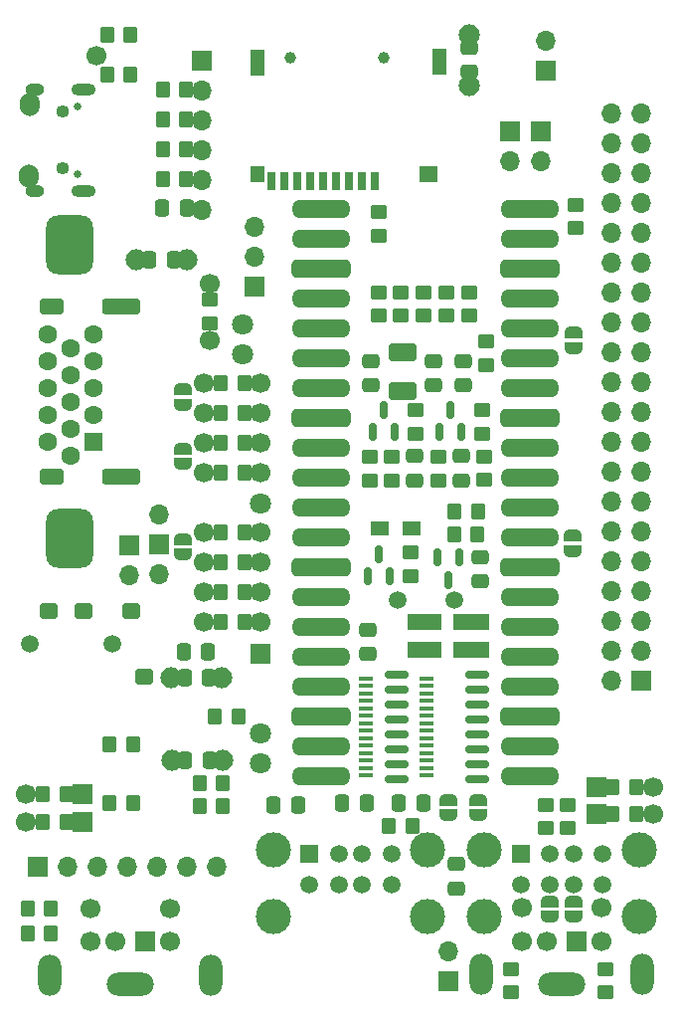
<source format=gbs>
G04 #@! TF.GenerationSoftware,KiCad,Pcbnew,6.0.11-2627ca5db0~126~ubuntu20.04.1*
G04 #@! TF.CreationDate,2024-05-08T23:36:26+05:00*
G04 #@! TF.ProjectId,19RPI24,31395250-4932-4342-9e6b-696361645f70,rev?*
G04 #@! TF.SameCoordinates,Original*
G04 #@! TF.FileFunction,Soldermask,Bot*
G04 #@! TF.FilePolarity,Negative*
%FSLAX46Y46*%
G04 Gerber Fmt 4.6, Leading zero omitted, Abs format (unit mm)*
G04 Created by KiCad (PCBNEW 6.0.11-2627ca5db0~126~ubuntu20.04.1) date 2024-05-08 23:36:26*
%MOMM*%
%LPD*%
G01*
G04 APERTURE LIST*
G04 Aperture macros list*
%AMRoundRect*
0 Rectangle with rounded corners*
0 $1 Rounding radius*
0 $2 $3 $4 $5 $6 $7 $8 $9 X,Y pos of 4 corners*
0 Add a 4 corners polygon primitive as box body*
4,1,4,$2,$3,$4,$5,$6,$7,$8,$9,$2,$3,0*
0 Add four circle primitives for the rounded corners*
1,1,$1+$1,$2,$3*
1,1,$1+$1,$4,$5*
1,1,$1+$1,$6,$7*
1,1,$1+$1,$8,$9*
0 Add four rect primitives between the rounded corners*
20,1,$1+$1,$2,$3,$4,$5,0*
20,1,$1+$1,$4,$5,$6,$7,0*
20,1,$1+$1,$6,$7,$8,$9,0*
20,1,$1+$1,$8,$9,$2,$3,0*%
%AMFreePoly0*
4,1,31,0.278115,0.855951,0.450000,0.779423,0.602218,0.668830,0.728115,0.529007,0.822191,0.366063,0.880333,0.187121,0.900000,0.000000,0.880333,-0.187121,0.822191,-0.366063,0.728115,-0.529007,0.602218,-0.668830,0.450000,-0.779423,0.278115,-0.855951,0.094076,-0.895070,-0.094076,-0.895070,-0.278115,-0.855951,-0.450000,-0.779423,-0.602218,-0.668830,-0.728115,-0.529007,-0.822191,-0.366063,
-0.880333,-0.187121,-0.900000,0.000000,-0.880333,0.187121,-0.822191,0.366063,-0.728115,0.529007,-0.602218,0.668830,-0.450000,0.779423,-0.278115,0.855951,-0.094076,0.895070,0.094076,0.895070,0.278115,0.855951,0.278115,0.855951,$1*%
%AMFreePoly1*
4,1,22,0.500000,-0.750000,0.000000,-0.750000,0.000000,-0.745033,-0.079941,-0.743568,-0.215256,-0.701293,-0.333266,-0.622738,-0.424486,-0.514219,-0.481581,-0.384460,-0.499164,-0.250000,-0.500000,-0.250000,-0.500000,0.250000,-0.499164,0.250000,-0.499963,0.256109,-0.478152,0.396186,-0.417904,0.524511,-0.324060,0.630769,-0.204165,0.706417,-0.067858,0.745374,0.000000,0.744959,0.000000,0.750000,
0.500000,0.750000,0.500000,-0.750000,0.500000,-0.750000,$1*%
%AMFreePoly2*
4,1,20,0.000000,0.744959,0.073905,0.744508,0.209726,0.703889,0.328688,0.626782,0.421226,0.519385,0.479903,0.390333,0.500000,0.250000,0.500000,-0.250000,0.499851,-0.262216,0.476331,-0.402017,0.414519,-0.529596,0.319384,-0.634700,0.198574,-0.708877,0.061801,-0.746166,0.000000,-0.745033,0.000000,-0.750000,-0.500000,-0.750000,-0.500000,0.750000,0.000000,0.750000,0.000000,0.744959,
0.000000,0.744959,$1*%
G04 Aperture macros list end*
%ADD10R,1.500000X1.500000*%
%ADD11C,1.500000*%
%ADD12C,3.000000*%
%ADD13R,1.700000X1.700000*%
%ADD14O,1.700000X1.700000*%
%ADD15RoundRect,0.350000X-1.300000X0.350000X-1.300000X-0.350000X1.300000X-0.350000X1.300000X0.350000X0*%
%ADD16RoundRect,0.350000X-0.700000X0.350000X-0.700000X-0.350000X0.700000X-0.350000X0.700000X0.350000X0*%
%ADD17C,1.700000*%
%ADD18O,2.000000X3.500000*%
%ADD19O,4.000000X2.000000*%
%ADD20RoundRect,0.350000X-0.450000X-0.350000X0.450000X-0.350000X0.450000X0.350000X-0.450000X0.350000X0*%
%ADD21C,1.800000*%
%ADD22C,0.650000*%
%ADD23O,1.600000X1.000000*%
%ADD24O,2.100000X1.000000*%
%ADD25O,1.700000X2.000000*%
%ADD26O,1.100000X1.100000*%
%ADD27RoundRect,1.000000X-1.000000X1.500000X-1.000000X-1.500000X1.000000X-1.500000X1.000000X1.500000X0*%
%ADD28R,1.600000X1.600000*%
%ADD29C,1.600000*%
%ADD30O,5.000000X1.600000*%
%ADD31RoundRect,0.400000X-2.100000X-0.400000X2.100000X-0.400000X2.100000X0.400000X-2.100000X0.400000X0*%
%ADD32RoundRect,0.250000X0.450000X-0.350000X0.450000X0.350000X-0.450000X0.350000X-0.450000X-0.350000X0*%
%ADD33RoundRect,0.250000X0.337500X0.475000X-0.337500X0.475000X-0.337500X-0.475000X0.337500X-0.475000X0*%
%ADD34RoundRect,0.250000X-0.350000X-0.450000X0.350000X-0.450000X0.350000X0.450000X-0.350000X0.450000X0*%
%ADD35RoundRect,0.250000X-0.475000X0.337500X-0.475000X-0.337500X0.475000X-0.337500X0.475000X0.337500X0*%
%ADD36RoundRect,0.250000X0.350000X0.450000X-0.350000X0.450000X-0.350000X-0.450000X0.350000X-0.450000X0*%
%ADD37FreePoly0,180.000000*%
%ADD38RoundRect,0.250000X-0.337500X-0.475000X0.337500X-0.475000X0.337500X0.475000X-0.337500X0.475000X0*%
%ADD39FreePoly1,270.000000*%
%ADD40FreePoly2,270.000000*%
%ADD41RoundRect,0.250000X-0.450000X0.350000X-0.450000X-0.350000X0.450000X-0.350000X0.450000X0.350000X0*%
%ADD42FreePoly1,90.000000*%
%ADD43FreePoly2,90.000000*%
%ADD44R,1.200000X0.400000*%
%ADD45C,1.000000*%
%ADD46R,0.700000X1.600000*%
%ADD47R,1.200000X2.200000*%
%ADD48R,1.200000X1.400000*%
%ADD49R,1.600000X1.400000*%
%ADD50FreePoly0,270.000000*%
%ADD51RoundRect,0.150000X0.150000X-0.587500X0.150000X0.587500X-0.150000X0.587500X-0.150000X-0.587500X0*%
%ADD52RoundRect,0.150000X-0.150000X0.587500X-0.150000X-0.587500X0.150000X-0.587500X0.150000X0.587500X0*%
%ADD53RoundRect,0.250000X0.475000X-0.337500X0.475000X0.337500X-0.475000X0.337500X-0.475000X-0.337500X0*%
%ADD54R,3.048000X1.392000*%
%ADD55R,2.921000X1.392000*%
%ADD56R,1.600000X1.200000*%
%ADD57RoundRect,0.150000X0.837500X0.150000X-0.837500X0.150000X-0.837500X-0.150000X0.837500X-0.150000X0*%
%ADD58RoundRect,0.250001X0.924999X-0.499999X0.924999X0.499999X-0.924999X0.499999X-0.924999X-0.499999X0*%
G04 APERTURE END LIST*
D10*
X51000000Y-100320000D03*
D11*
X53500000Y-100320000D03*
X55500000Y-100320000D03*
X58000000Y-100320000D03*
X51000000Y-102940000D03*
X53500000Y-102940000D03*
X55500000Y-102940000D03*
X58000000Y-102940000D03*
D12*
X61070000Y-105650000D03*
X47930000Y-99970000D03*
X61070000Y-99970000D03*
X47930000Y-105650000D03*
D13*
X79275000Y-85600000D03*
D14*
X76735000Y-85600000D03*
X79275000Y-83060000D03*
X76735000Y-83060000D03*
X79275000Y-80520000D03*
X76735000Y-80520000D03*
X79275000Y-77980000D03*
X76735000Y-77980000D03*
X79275000Y-75440000D03*
X76735000Y-75440000D03*
X79275000Y-72900000D03*
X76735000Y-72900000D03*
X79275000Y-70360000D03*
X76735000Y-70360000D03*
X79275000Y-67820000D03*
X76735000Y-67820000D03*
X79275000Y-65280000D03*
X76735000Y-65280000D03*
X79275000Y-62740000D03*
X76735000Y-62740000D03*
X79275000Y-60200000D03*
X76735000Y-60200000D03*
X79275000Y-57660000D03*
X76735000Y-57660000D03*
X79275000Y-55120000D03*
X76735000Y-55120000D03*
X79275000Y-52580000D03*
X76735000Y-52580000D03*
X79275000Y-50040000D03*
X76735000Y-50040000D03*
X79275000Y-47500000D03*
X76735000Y-47500000D03*
X79275000Y-44960000D03*
X76735000Y-44960000D03*
X79275000Y-42420000D03*
X76735000Y-42420000D03*
X79275000Y-39880000D03*
X76735000Y-39880000D03*
X79275000Y-37340000D03*
X76735000Y-37340000D03*
D10*
X69000000Y-100320000D03*
D11*
X71500000Y-100320000D03*
X73500000Y-100320000D03*
X76000000Y-100320000D03*
X69000000Y-102940000D03*
X71500000Y-102940000D03*
X73500000Y-102940000D03*
X76000000Y-102940000D03*
D12*
X79070000Y-99970000D03*
X79070000Y-105650000D03*
X65930000Y-99970000D03*
X65930000Y-105650000D03*
D15*
X35000000Y-53750000D03*
D16*
X29040000Y-53750000D03*
X29040000Y-68250000D03*
D15*
X35000000Y-68250000D03*
D11*
X63373000Y-78740000D03*
X58493000Y-78740000D03*
D13*
X37060000Y-107775000D03*
D17*
X34460000Y-107775000D03*
D18*
X42610000Y-110625000D03*
X28910000Y-110625000D03*
D19*
X35760000Y-111425000D03*
D17*
X39160000Y-107775000D03*
X32360000Y-107775000D03*
X39160000Y-104975000D03*
X32360000Y-104975000D03*
D11*
X34225000Y-82500000D03*
X27225000Y-82500000D03*
D20*
X31796800Y-79706000D03*
X28799600Y-79706000D03*
X36927600Y-85294000D03*
X35810000Y-79706000D03*
D13*
X46355000Y-52055000D03*
D14*
X46355000Y-49515000D03*
X46355000Y-46975000D03*
D21*
X46863993Y-70532185D03*
D13*
X46863000Y-83312000D03*
X68115199Y-38851995D03*
D14*
X68115199Y-41391995D03*
D13*
X70739000Y-38832000D03*
D14*
X70739000Y-41372000D03*
D13*
X73800000Y-107735000D03*
D17*
X71200000Y-107735000D03*
X75900000Y-107735000D03*
D18*
X65650000Y-110585000D03*
D19*
X72500000Y-111385000D03*
D18*
X79350000Y-110585000D03*
D17*
X69100000Y-107735000D03*
X75900000Y-104935000D03*
X69100000Y-104935000D03*
D21*
X45339000Y-55240000D03*
X45339000Y-57780000D03*
D13*
X35687000Y-74036000D03*
D14*
X35687000Y-76576000D03*
D13*
X27893220Y-101414607D03*
D14*
X30433220Y-101414607D03*
X32973220Y-101414607D03*
X35513220Y-101414607D03*
X38053220Y-101414607D03*
X40593220Y-101414607D03*
X43133220Y-101414607D03*
D22*
X31265000Y-36710000D03*
X31265000Y-42490000D03*
D23*
X27615000Y-43920000D03*
X27615000Y-35280000D03*
D24*
X31795000Y-43920000D03*
X31795000Y-35280000D03*
D25*
X27157000Y-42648000D03*
D26*
X29976400Y-42013000D03*
X29976400Y-37161600D03*
D25*
X27185000Y-36552000D03*
D13*
X41883562Y-32801695D03*
D14*
X41883562Y-35341695D03*
X41883562Y-37881695D03*
X41883562Y-40421695D03*
X41883562Y-42961695D03*
X41883562Y-45501695D03*
D21*
X46805921Y-90104293D03*
X46805921Y-92644293D03*
D27*
X30600331Y-73485000D03*
X30600331Y-48485000D03*
D28*
X32650331Y-65300000D03*
D29*
X32650331Y-63010000D03*
X32650331Y-60720000D03*
X32650331Y-58430000D03*
X32650331Y-56140000D03*
X30670331Y-66445000D03*
X30670331Y-64155000D03*
X30670331Y-61865000D03*
X30670331Y-59575000D03*
X30670331Y-57285000D03*
X28690331Y-65300000D03*
X28690331Y-63010000D03*
X28690331Y-60720000D03*
X28690331Y-58430000D03*
X28690331Y-56140000D03*
D30*
X52000000Y-45470000D03*
X52000000Y-48010000D03*
D31*
X52000000Y-50550000D03*
D30*
X52000000Y-53090000D03*
X52000000Y-55630000D03*
X52000000Y-58170000D03*
X52000000Y-60710000D03*
D31*
X52000000Y-63250000D03*
D30*
X52000000Y-65790000D03*
X52000000Y-68330000D03*
X52000000Y-70870000D03*
X52000000Y-73410000D03*
D31*
X52000000Y-75950000D03*
D30*
X52000000Y-78490000D03*
X52000000Y-81030000D03*
X52000000Y-83570000D03*
X52000000Y-86110000D03*
D31*
X52000000Y-88650000D03*
D30*
X52000000Y-91190000D03*
X52000000Y-93730000D03*
X69780000Y-93730000D03*
X69780000Y-91190000D03*
D31*
X69780000Y-88650000D03*
D30*
X69780000Y-86110000D03*
X69780000Y-83570000D03*
X69780000Y-81030000D03*
X69780000Y-78490000D03*
D31*
X69780000Y-75950000D03*
D30*
X69780000Y-73410000D03*
X69780000Y-70870000D03*
X69780000Y-68330000D03*
X69780000Y-65790000D03*
D31*
X69780000Y-63250000D03*
D30*
X69780000Y-60710000D03*
X69780000Y-58170000D03*
X69780000Y-55630000D03*
X69780000Y-53090000D03*
D31*
X69780000Y-50550000D03*
D30*
X69780000Y-48010000D03*
X69780000Y-45470000D03*
D13*
X62865000Y-111125000D03*
D14*
X62865000Y-108585000D03*
X38227000Y-76566000D03*
D13*
X38227000Y-74026000D03*
D14*
X38227000Y-71486000D03*
D13*
X71120000Y-33660000D03*
D14*
X71120000Y-31120000D03*
D32*
X58041723Y-68560516D03*
X58041723Y-66560516D03*
D33*
X60727500Y-96012000D03*
X58652500Y-96012000D03*
X40550000Y-45375000D03*
X38475000Y-45375000D03*
D17*
X42037000Y-67925500D03*
D34*
X43450000Y-67925500D03*
X45450000Y-67925500D03*
D17*
X46863000Y-67925500D03*
D32*
X64579971Y-54534598D03*
X64579971Y-52534598D03*
D35*
X61600156Y-58398500D03*
X61600156Y-60473500D03*
D36*
X29000000Y-105000000D03*
X27000000Y-105000000D03*
D34*
X63348989Y-71220002D03*
X65348989Y-71220002D03*
D32*
X60741871Y-54544465D03*
X60741871Y-52544465D03*
D33*
X39461668Y-49740148D03*
D37*
X40557768Y-49740148D03*
D33*
X37386668Y-49740148D03*
D37*
X36239768Y-49740148D03*
D38*
X47984500Y-96139000D03*
X50059500Y-96139000D03*
D32*
X62655988Y-54544465D03*
X62655988Y-52544465D03*
D36*
X43661123Y-94328945D03*
X41661123Y-94328945D03*
D32*
X56141234Y-68564000D03*
X56141234Y-66564000D03*
D34*
X43450000Y-62845500D03*
D17*
X42037000Y-62845500D03*
X46863000Y-62845500D03*
D34*
X45450000Y-62845500D03*
D17*
X32893000Y-32385000D03*
D39*
X73513158Y-104379556D03*
D40*
X73513158Y-105679556D03*
D32*
X66090800Y-58734200D03*
X66090800Y-56734200D03*
D39*
X71501000Y-104379000D03*
D40*
X71501000Y-105679000D03*
D41*
X56896000Y-45736000D03*
X56896000Y-47736000D03*
D33*
X42470870Y-85337426D03*
D37*
X43566970Y-85337426D03*
D33*
X40395870Y-85337426D03*
D37*
X39248970Y-85337426D03*
D36*
X35782000Y-30607000D03*
X33782000Y-30607000D03*
D42*
X40200000Y-74850000D03*
D43*
X40200000Y-73550000D03*
D44*
X61020000Y-85407500D03*
X61020000Y-86042500D03*
X61020000Y-86677500D03*
X61020000Y-87312500D03*
X61020000Y-87947500D03*
X61020000Y-88582500D03*
X61020000Y-89217500D03*
X61020000Y-89852500D03*
X61020000Y-90487500D03*
X61020000Y-91122500D03*
X61020000Y-91757500D03*
X61020000Y-92392500D03*
X61020000Y-93027500D03*
X61020000Y-93662500D03*
X55820000Y-93662500D03*
X55820000Y-93027500D03*
X55820000Y-92392500D03*
X55820000Y-91757500D03*
X55820000Y-91122500D03*
X55820000Y-90487500D03*
X55820000Y-89852500D03*
X55820000Y-89217500D03*
X55820000Y-88582500D03*
X55820000Y-87947500D03*
X55820000Y-87312500D03*
X55820000Y-86677500D03*
X55820000Y-86042500D03*
X55820000Y-85407500D03*
D45*
X57346954Y-32622081D03*
X49346954Y-32622081D03*
D46*
X56546954Y-43122081D03*
X55446954Y-43122081D03*
X54346954Y-43122081D03*
X53246954Y-43122081D03*
X52146954Y-43122081D03*
D47*
X46546954Y-33022081D03*
X62046954Y-32922081D03*
D48*
X46546954Y-42522081D03*
D49*
X61146954Y-42522081D03*
D46*
X51046954Y-43122081D03*
X49946954Y-43122081D03*
X48846954Y-43122081D03*
X47746954Y-43122081D03*
D50*
X64609274Y-30616715D03*
D35*
X64609274Y-31712815D03*
D50*
X64609274Y-34934715D03*
D35*
X64609274Y-33787815D03*
D51*
X63942000Y-64437500D03*
X62042000Y-64437500D03*
X62992000Y-62562500D03*
D52*
X61878746Y-75127388D03*
X63778746Y-75127388D03*
X62828746Y-77002388D03*
D35*
X63948800Y-66489864D03*
X63948800Y-68564864D03*
D34*
X42958000Y-88646000D03*
X44958000Y-88646000D03*
D41*
X60059180Y-62555978D03*
X60059180Y-64555978D03*
D35*
X55968362Y-81241819D03*
X55968362Y-83316819D03*
D39*
X73406000Y-73264000D03*
D40*
X73406000Y-74564000D03*
D51*
X57865109Y-76672994D03*
X55965109Y-76672994D03*
X56915109Y-74797994D03*
D34*
X57801000Y-97917000D03*
X59801000Y-97917000D03*
D41*
X68215000Y-110125000D03*
X68215000Y-112125000D03*
D32*
X56898598Y-54541109D03*
X56898598Y-52541109D03*
D34*
X27000000Y-107100000D03*
X29000000Y-107100000D03*
X76851000Y-96901000D03*
D13*
X75438000Y-96901000D03*
D17*
X80264000Y-96901000D03*
D34*
X78851000Y-96901000D03*
D35*
X56207869Y-58398500D03*
X56207869Y-60473500D03*
D33*
X55901500Y-95984343D03*
X53826500Y-95984343D03*
D35*
X64075555Y-58398500D03*
X64075555Y-60473500D03*
D34*
X43450000Y-60305500D03*
D17*
X42037000Y-60305500D03*
D34*
X45450000Y-60305500D03*
D17*
X46863000Y-60305500D03*
D36*
X40503752Y-37845000D03*
X38503752Y-37845000D03*
X40503752Y-40385000D03*
X38503752Y-40385000D03*
D42*
X62871046Y-97024159D03*
D43*
X62871046Y-95724159D03*
D17*
X42037000Y-73005500D03*
D34*
X43450000Y-73005500D03*
D17*
X46863000Y-73005500D03*
D34*
X45450000Y-73005500D03*
D36*
X40503752Y-42925000D03*
X38503752Y-42925000D03*
D35*
X63490000Y-101197500D03*
X63490000Y-103272500D03*
D37*
X43596809Y-92374968D03*
D33*
X42500709Y-92374968D03*
X40425709Y-92374968D03*
D37*
X39278809Y-92374968D03*
D34*
X63334781Y-73138065D03*
X65334781Y-73138065D03*
D38*
X40318577Y-83107724D03*
X42393577Y-83107724D03*
D17*
X42037000Y-80625500D03*
D34*
X43450000Y-80625500D03*
X45450000Y-80625500D03*
D17*
X46863000Y-80625500D03*
X42545000Y-56615064D03*
D32*
X42545000Y-55202064D03*
D17*
X42545000Y-51789064D03*
D32*
X42545000Y-53202064D03*
X58811000Y-54541109D03*
X58811000Y-52541109D03*
D34*
X33782000Y-34036000D03*
X35782000Y-34036000D03*
D39*
X73533000Y-55992000D03*
D40*
X73533000Y-57292000D03*
D34*
X43450000Y-65385500D03*
D17*
X42037000Y-65385500D03*
D34*
X45450000Y-65385500D03*
D17*
X46863000Y-65385500D03*
D32*
X71120000Y-98155000D03*
X71120000Y-96155000D03*
D42*
X40259000Y-62118000D03*
D43*
X40259000Y-60818000D03*
D32*
X76200000Y-112125000D03*
X76200000Y-110125000D03*
D17*
X42037000Y-78085500D03*
D34*
X43450000Y-78085500D03*
X45450000Y-78085500D03*
D17*
X46863000Y-78085500D03*
D41*
X59595770Y-74689984D03*
X59595770Y-76689984D03*
D34*
X34000000Y-96000000D03*
X36000000Y-96000000D03*
D13*
X75438000Y-94615000D03*
D34*
X76851000Y-94615000D03*
D17*
X80264000Y-94615000D03*
D34*
X78851000Y-94615000D03*
D42*
X40259000Y-67150004D03*
D43*
X40259000Y-65850004D03*
D41*
X65701947Y-62553347D03*
X65701947Y-64553347D03*
D34*
X34000000Y-91000000D03*
X36000000Y-91000000D03*
D36*
X30300000Y-95250000D03*
D13*
X31713000Y-95250000D03*
D17*
X26887000Y-95250000D03*
D36*
X28300000Y-95250000D03*
D53*
X65549418Y-77138686D03*
X65549418Y-75063686D03*
D54*
X64784193Y-82986932D03*
D55*
X60783693Y-82986932D03*
X60783693Y-80578932D03*
D54*
X64784193Y-80578932D03*
D34*
X43450000Y-75505500D03*
D17*
X42037000Y-75505500D03*
D34*
X45450000Y-75505500D03*
D17*
X46863000Y-75505500D03*
D32*
X61965275Y-68535584D03*
X61965275Y-66535584D03*
D56*
X59690000Y-72658621D03*
X57023000Y-72658621D03*
D32*
X65926063Y-68515524D03*
X65926063Y-66515524D03*
D13*
X31719854Y-97573448D03*
D36*
X30306854Y-97573448D03*
D17*
X26893854Y-97573448D03*
D36*
X28306854Y-97573448D03*
D57*
X65332500Y-85090000D03*
X65332500Y-86360000D03*
X65332500Y-87630000D03*
X65332500Y-88900000D03*
X65332500Y-90170000D03*
X65332500Y-91440000D03*
X65332500Y-92710000D03*
X65332500Y-93980000D03*
X58407500Y-93980000D03*
X58407500Y-92710000D03*
X58407500Y-91440000D03*
X58407500Y-90170000D03*
X58407500Y-88900000D03*
X58407500Y-87630000D03*
X58407500Y-86360000D03*
X58407500Y-85090000D03*
D36*
X40503752Y-35305000D03*
X38503752Y-35305000D03*
D51*
X58308336Y-64437500D03*
X56408336Y-64437500D03*
X57358336Y-62562500D03*
D32*
X73025000Y-98155000D03*
X73025000Y-96155000D03*
D58*
X58959241Y-60930160D03*
X58959241Y-57680160D03*
D35*
X60004588Y-66498084D03*
X60004588Y-68573084D03*
D42*
X65374646Y-97024159D03*
D43*
X65374646Y-95724159D03*
D41*
X73660000Y-45101000D03*
X73660000Y-47101000D03*
D34*
X41665961Y-96281587D03*
X43665961Y-96281587D03*
M02*

</source>
